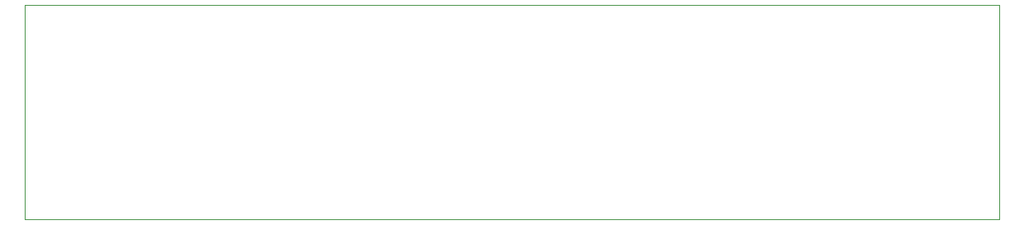
<source format=gbr>
G04 #@! TF.GenerationSoftware,KiCad,Pcbnew,(5.1.2)-2*
G04 #@! TF.CreationDate,2020-01-25T22:11:55+00:00*
G04 #@! TF.ProjectId,rowing_steerting,726f7769-6e67-45f7-9374-65657274696e,rev?*
G04 #@! TF.SameCoordinates,Original*
G04 #@! TF.FileFunction,Profile,NP*
%FSLAX46Y46*%
G04 Gerber Fmt 4.6, Leading zero omitted, Abs format (unit mm)*
G04 Created by KiCad (PCBNEW (5.1.2)-2) date 2020-01-25 22:11:55*
%MOMM*%
%LPD*%
G04 APERTURE LIST*
%ADD10C,0.050000*%
G04 APERTURE END LIST*
D10*
X0Y-22000000D02*
X100000000Y-22000000D01*
X100000000Y0D02*
X100000000Y-22000000D01*
X0Y0D02*
X0Y-22000000D01*
X0Y0D02*
X100000000Y0D01*
M02*

</source>
